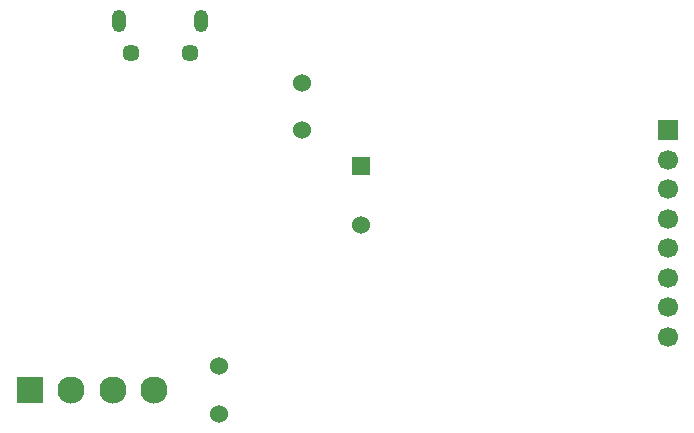
<source format=gbr>
%TF.GenerationSoftware,KiCad,Pcbnew,(5.1.9)-1*%
%TF.CreationDate,2021-04-23T22:48:30+02:00*%
%TF.ProjectId,test,74657374-2e6b-4696-9361-645f70636258,rev?*%
%TF.SameCoordinates,Original*%
%TF.FileFunction,Soldermask,Bot*%
%TF.FilePolarity,Negative*%
%FSLAX46Y46*%
G04 Gerber Fmt 4.6, Leading zero omitted, Abs format (unit mm)*
G04 Created by KiCad (PCBNEW (5.1.9)-1) date 2021-04-23 22:48:30*
%MOMM*%
%LPD*%
G01*
G04 APERTURE LIST*
%ADD10O,1.200000X1.900000*%
%ADD11C,1.450000*%
%ADD12C,1.524000*%
%ADD13C,2.300000*%
%ADD14R,2.300000X2.300000*%
%ADD15C,1.700000*%
%ADD16R,1.700000X1.700000*%
%ADD17R,1.524000X1.524000*%
G04 APERTURE END LIST*
D10*
%TO.C,USB1*%
X24500000Y-15762500D03*
X31500000Y-15762500D03*
D11*
X25500000Y-18462500D03*
X30500000Y-18462500D03*
%TD*%
D12*
%TO.C,Prog1*%
X33000000Y-45000000D03*
X33000000Y-49000000D03*
%TD*%
%TO.C,Enable1*%
X40000000Y-21000000D03*
X40000000Y-25000000D03*
%TD*%
D13*
%TO.C,ConnProg1*%
X27500000Y-47000000D03*
X24000000Y-47000000D03*
X20500000Y-47000000D03*
D14*
X17000000Y-47000000D03*
%TD*%
D15*
%TO.C,ConnMFRC1*%
X71000000Y-42500000D03*
X71000000Y-40000000D03*
X71000000Y-37500000D03*
X71000000Y-35000000D03*
X71000000Y-32500000D03*
X71000000Y-30000000D03*
X71000000Y-27500000D03*
D16*
X71000000Y-25000000D03*
%TD*%
D12*
%TO.C,Beeper1*%
X45000000Y-33000000D03*
D17*
X45000000Y-28000000D03*
%TD*%
M02*

</source>
